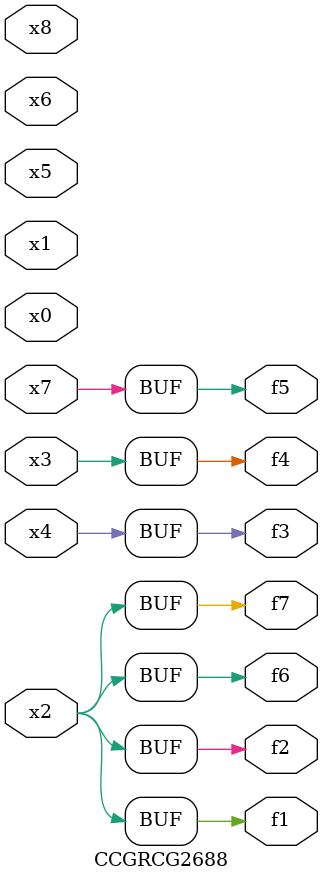
<source format=v>
module CCGRCG2688(
	input x0, x1, x2, x3, x4, x5, x6, x7, x8,
	output f1, f2, f3, f4, f5, f6, f7
);
	assign f1 = x2;
	assign f2 = x2;
	assign f3 = x4;
	assign f4 = x3;
	assign f5 = x7;
	assign f6 = x2;
	assign f7 = x2;
endmodule

</source>
